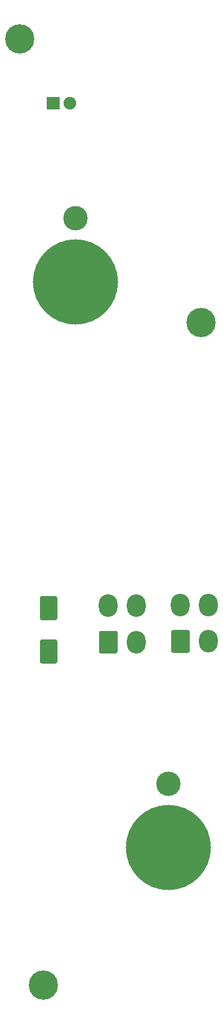
<source format=gbr>
%TF.GenerationSoftware,KiCad,Pcbnew,(5.1.12-1-10_14)*%
%TF.CreationDate,2021-11-21T12:04:54+11:00*%
%TF.ProjectId,SPIN RCV Panel PCB V1,5350494e-2052-4435-9620-50616e656c20,rev?*%
%TF.SameCoordinates,Original*%
%TF.FileFunction,Soldermask,Bot*%
%TF.FilePolarity,Negative*%
%FSLAX46Y46*%
G04 Gerber Fmt 4.6, Leading zero omitted, Abs format (unit mm)*
G04 Created by KiCad (PCBNEW (5.1.12-1-10_14)) date 2021-11-21 12:04:54*
%MOMM*%
%LPD*%
G01*
G04 APERTURE LIST*
%ADD10C,4.400000*%
%ADD11C,12.800000*%
%ADD12C,3.672000*%
%ADD13O,2.800000X3.400000*%
%ADD14C,1.900000*%
G04 APERTURE END LIST*
D10*
%TO.C,REF\u002A\u002A*%
X243321123Y-153885436D03*
%TD*%
%TO.C,REF\u002A\u002A*%
X267006623Y-54380936D03*
%TD*%
%TO.C,REF\u002A\u002A*%
X239765123Y-11835936D03*
%TD*%
D11*
%TO.C,REF\u002A\u002A*%
X248083623Y-48284936D03*
X248083623Y-48284936D03*
D12*
X248083623Y-38759936D03*
%TD*%
D11*
%TO.C,REF\u002A\u002A*%
X262053623Y-133215091D03*
X262053623Y-133215091D03*
D12*
X262053623Y-123690091D03*
%TD*%
D13*
%TO.C,J2*%
X257235000Y-96900000D03*
X253035000Y-96900000D03*
X257235000Y-102400000D03*
G36*
G01*
X251635000Y-103839600D02*
X251635000Y-100960400D01*
G75*
G02*
X251895400Y-100700000I260400J0D01*
G01*
X254174600Y-100700000D01*
G75*
G02*
X254435000Y-100960400I0J-260400D01*
G01*
X254435000Y-103839600D01*
G75*
G02*
X254174600Y-104100000I-260400J0D01*
G01*
X251895400Y-104100000D01*
G75*
G02*
X251635000Y-103839600I0J260400D01*
G01*
G37*
%TD*%
%TO.C,J1*%
X268100000Y-96800000D03*
X263900000Y-96800000D03*
X268100000Y-102300000D03*
G36*
G01*
X262500000Y-103739600D02*
X262500000Y-100860400D01*
G75*
G02*
X262760400Y-100600000I260400J0D01*
G01*
X265039600Y-100600000D01*
G75*
G02*
X265300000Y-100860400I0J-260400D01*
G01*
X265300000Y-103739600D01*
G75*
G02*
X265039600Y-104000000I-260400J0D01*
G01*
X262760400Y-104000000D01*
G75*
G02*
X262500000Y-103739600I0J260400D01*
G01*
G37*
%TD*%
D14*
%TO.C,D1*%
X247294000Y-21500000D03*
G36*
G01*
X243804000Y-22400000D02*
X243804000Y-20600000D01*
G75*
G02*
X243854000Y-20550000I50000J0D01*
G01*
X245654000Y-20550000D01*
G75*
G02*
X245704000Y-20600000I0J-50000D01*
G01*
X245704000Y-22400000D01*
G75*
G02*
X245654000Y-22450000I-50000J0D01*
G01*
X243854000Y-22450000D01*
G75*
G02*
X243804000Y-22400000I0J50000D01*
G01*
G37*
%TD*%
%TO.C,C1*%
G36*
G01*
X245109000Y-99109000D02*
X243029000Y-99109000D01*
G75*
G02*
X242769000Y-98849000I0J260000D01*
G01*
X242769000Y-95769000D01*
G75*
G02*
X243029000Y-95509000I260000J0D01*
G01*
X245109000Y-95509000D01*
G75*
G02*
X245369000Y-95769000I0J-260000D01*
G01*
X245369000Y-98849000D01*
G75*
G02*
X245109000Y-99109000I-260000J0D01*
G01*
G37*
G36*
G01*
X245109000Y-105609000D02*
X243029000Y-105609000D01*
G75*
G02*
X242769000Y-105349000I0J260000D01*
G01*
X242769000Y-102269000D01*
G75*
G02*
X243029000Y-102009000I260000J0D01*
G01*
X245109000Y-102009000D01*
G75*
G02*
X245369000Y-102269000I0J-260000D01*
G01*
X245369000Y-105349000D01*
G75*
G02*
X245109000Y-105609000I-260000J0D01*
G01*
G37*
%TD*%
M02*

</source>
